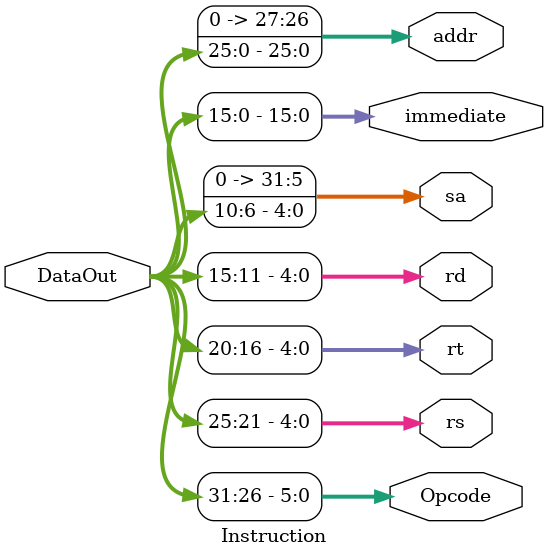
<source format=v>
`timescale 1ns / 1ps


module Instruction(DataOut,Opcode,rs,rt,rd,sa,immediate,addr);
    input [31:0] DataOut;
    output [5:0] Opcode;
    output [4:0] rs;
    output [4:0] rt;
    output [4:0] rd;
    output [31:0] sa;
    output [15:0] immediate;
    output [27:0] addr;
    
    
    
    assign Opcode [5:0] = DataOut[31:26];
    assign rs [4:0] = DataOut [25:21];
    assign rt [4:0] = DataOut [20:16];
    assign rd [4:0] = DataOut [15:11];
    assign sa [4:0] = DataOut [10:6];
    assign sa [31:5] = 0;
    assign immediate [15:0] = DataOut [15:0];
    assign addr = DataOut [25:0];
    
endmodule

</source>
